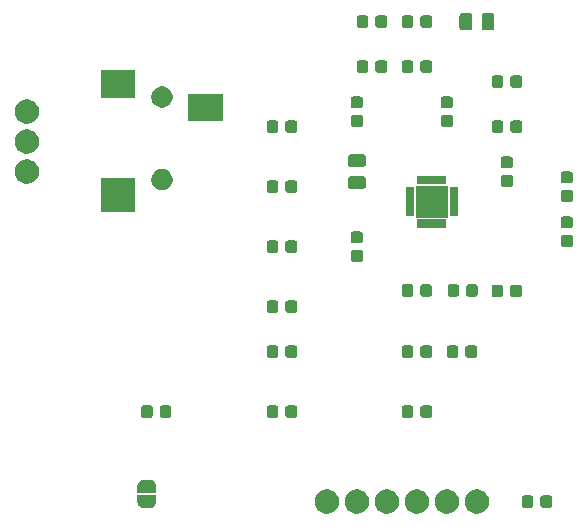
<source format=gts>
G04 #@! TF.GenerationSoftware,KiCad,Pcbnew,5.1.5*
G04 #@! TF.CreationDate,2020-04-03T22:22:15-06:00*
G04 #@! TF.ProjectId,AD8232,41443832-3332-42e6-9b69-6361645f7063,rev?*
G04 #@! TF.SameCoordinates,Original*
G04 #@! TF.FileFunction,Soldermask,Top*
G04 #@! TF.FilePolarity,Negative*
%FSLAX46Y46*%
G04 Gerber Fmt 4.6, Leading zero omitted, Abs format (unit mm)*
G04 Created by KiCad (PCBNEW 5.1.5) date 2020-04-03 22:22:15*
%MOMM*%
%LPD*%
G04 APERTURE LIST*
%ADD10C,0.100000*%
G04 APERTURE END LIST*
D10*
G36*
X166673765Y-113298620D02*
G01*
X166863288Y-113377123D01*
X167033854Y-113491092D01*
X167178908Y-113636146D01*
X167292877Y-113806712D01*
X167371380Y-113996235D01*
X167411400Y-114197431D01*
X167411400Y-114402569D01*
X167371380Y-114603765D01*
X167292877Y-114793288D01*
X167178908Y-114963854D01*
X167033854Y-115108908D01*
X166863288Y-115222877D01*
X166673765Y-115301380D01*
X166472569Y-115341400D01*
X166267431Y-115341400D01*
X166066235Y-115301380D01*
X165876712Y-115222877D01*
X165706146Y-115108908D01*
X165561092Y-114963854D01*
X165447123Y-114793288D01*
X165368620Y-114603765D01*
X165328600Y-114402569D01*
X165328600Y-114197431D01*
X165368620Y-113996235D01*
X165447123Y-113806712D01*
X165561092Y-113636146D01*
X165706146Y-113491092D01*
X165876712Y-113377123D01*
X166066235Y-113298620D01*
X166267431Y-113258600D01*
X166472569Y-113258600D01*
X166673765Y-113298620D01*
G37*
G36*
X164133765Y-113298620D02*
G01*
X164323288Y-113377123D01*
X164493854Y-113491092D01*
X164638908Y-113636146D01*
X164752877Y-113806712D01*
X164831380Y-113996235D01*
X164871400Y-114197431D01*
X164871400Y-114402569D01*
X164831380Y-114603765D01*
X164752877Y-114793288D01*
X164638908Y-114963854D01*
X164493854Y-115108908D01*
X164323288Y-115222877D01*
X164133765Y-115301380D01*
X163932569Y-115341400D01*
X163727431Y-115341400D01*
X163526235Y-115301380D01*
X163336712Y-115222877D01*
X163166146Y-115108908D01*
X163021092Y-114963854D01*
X162907123Y-114793288D01*
X162828620Y-114603765D01*
X162788600Y-114402569D01*
X162788600Y-114197431D01*
X162828620Y-113996235D01*
X162907123Y-113806712D01*
X163021092Y-113636146D01*
X163166146Y-113491092D01*
X163336712Y-113377123D01*
X163526235Y-113298620D01*
X163727431Y-113258600D01*
X163932569Y-113258600D01*
X164133765Y-113298620D01*
G37*
G36*
X153973765Y-113298620D02*
G01*
X154163288Y-113377123D01*
X154333854Y-113491092D01*
X154478908Y-113636146D01*
X154592877Y-113806712D01*
X154671380Y-113996235D01*
X154711400Y-114197431D01*
X154711400Y-114402569D01*
X154671380Y-114603765D01*
X154592877Y-114793288D01*
X154478908Y-114963854D01*
X154333854Y-115108908D01*
X154163288Y-115222877D01*
X153973765Y-115301380D01*
X153772569Y-115341400D01*
X153567431Y-115341400D01*
X153366235Y-115301380D01*
X153176712Y-115222877D01*
X153006146Y-115108908D01*
X152861092Y-114963854D01*
X152747123Y-114793288D01*
X152668620Y-114603765D01*
X152628600Y-114402569D01*
X152628600Y-114197431D01*
X152668620Y-113996235D01*
X152747123Y-113806712D01*
X152861092Y-113636146D01*
X153006146Y-113491092D01*
X153176712Y-113377123D01*
X153366235Y-113298620D01*
X153567431Y-113258600D01*
X153772569Y-113258600D01*
X153973765Y-113298620D01*
G37*
G36*
X156513765Y-113298620D02*
G01*
X156703288Y-113377123D01*
X156873854Y-113491092D01*
X157018908Y-113636146D01*
X157132877Y-113806712D01*
X157211380Y-113996235D01*
X157251400Y-114197431D01*
X157251400Y-114402569D01*
X157211380Y-114603765D01*
X157132877Y-114793288D01*
X157018908Y-114963854D01*
X156873854Y-115108908D01*
X156703288Y-115222877D01*
X156513765Y-115301380D01*
X156312569Y-115341400D01*
X156107431Y-115341400D01*
X155906235Y-115301380D01*
X155716712Y-115222877D01*
X155546146Y-115108908D01*
X155401092Y-114963854D01*
X155287123Y-114793288D01*
X155208620Y-114603765D01*
X155168600Y-114402569D01*
X155168600Y-114197431D01*
X155208620Y-113996235D01*
X155287123Y-113806712D01*
X155401092Y-113636146D01*
X155546146Y-113491092D01*
X155716712Y-113377123D01*
X155906235Y-113298620D01*
X156107431Y-113258600D01*
X156312569Y-113258600D01*
X156513765Y-113298620D01*
G37*
G36*
X161593765Y-113298620D02*
G01*
X161783288Y-113377123D01*
X161953854Y-113491092D01*
X162098908Y-113636146D01*
X162212877Y-113806712D01*
X162291380Y-113996235D01*
X162331400Y-114197431D01*
X162331400Y-114402569D01*
X162291380Y-114603765D01*
X162212877Y-114793288D01*
X162098908Y-114963854D01*
X161953854Y-115108908D01*
X161783288Y-115222877D01*
X161593765Y-115301380D01*
X161392569Y-115341400D01*
X161187431Y-115341400D01*
X160986235Y-115301380D01*
X160796712Y-115222877D01*
X160626146Y-115108908D01*
X160481092Y-114963854D01*
X160367123Y-114793288D01*
X160288620Y-114603765D01*
X160248600Y-114402569D01*
X160248600Y-114197431D01*
X160288620Y-113996235D01*
X160367123Y-113806712D01*
X160481092Y-113636146D01*
X160626146Y-113491092D01*
X160796712Y-113377123D01*
X160986235Y-113298620D01*
X161187431Y-113258600D01*
X161392569Y-113258600D01*
X161593765Y-113298620D01*
G37*
G36*
X159053765Y-113298620D02*
G01*
X159243288Y-113377123D01*
X159413854Y-113491092D01*
X159558908Y-113636146D01*
X159672877Y-113806712D01*
X159751380Y-113996235D01*
X159791400Y-114197431D01*
X159791400Y-114402569D01*
X159751380Y-114603765D01*
X159672877Y-114793288D01*
X159558908Y-114963854D01*
X159413854Y-115108908D01*
X159243288Y-115222877D01*
X159053765Y-115301380D01*
X158852569Y-115341400D01*
X158647431Y-115341400D01*
X158446235Y-115301380D01*
X158256712Y-115222877D01*
X158086146Y-115108908D01*
X157941092Y-114963854D01*
X157827123Y-114793288D01*
X157748620Y-114603765D01*
X157708600Y-114402569D01*
X157708600Y-114197431D01*
X157748620Y-113996235D01*
X157827123Y-113806712D01*
X157941092Y-113636146D01*
X158086146Y-113491092D01*
X158256712Y-113377123D01*
X158446235Y-113298620D01*
X158647431Y-113258600D01*
X158852569Y-113258600D01*
X159053765Y-113298620D01*
G37*
G36*
X139164744Y-113740867D02*
G01*
X139164751Y-113740867D01*
X139174710Y-113741848D01*
X139184285Y-113744753D01*
X139184288Y-113744754D01*
X139192205Y-113748986D01*
X139193111Y-113749470D01*
X139200846Y-113755818D01*
X139207194Y-113763553D01*
X139207195Y-113763555D01*
X139211910Y-113772376D01*
X139211911Y-113772379D01*
X139214816Y-113781954D01*
X139215797Y-113791913D01*
X139215797Y-113791920D01*
X139216041Y-113794396D01*
X139216041Y-114289430D01*
X139215797Y-114291907D01*
X139215797Y-114291913D01*
X139214816Y-114301872D01*
X139214815Y-114301876D01*
X139214480Y-114305274D01*
X139213876Y-114308311D01*
X139213633Y-114313261D01*
X139213633Y-114338439D01*
X139213389Y-114340916D01*
X139213389Y-114340922D01*
X139212408Y-114350881D01*
X139212406Y-114350889D01*
X139212163Y-114353360D01*
X139194009Y-114444627D01*
X139193288Y-114447005D01*
X139193286Y-114447014D01*
X139190381Y-114456589D01*
X139189656Y-114458979D01*
X139154047Y-114544947D01*
X139152872Y-114547145D01*
X139148155Y-114555971D01*
X139148150Y-114555979D01*
X139146979Y-114558169D01*
X139095279Y-114635544D01*
X139085769Y-114647133D01*
X139019971Y-114712931D01*
X139018043Y-114714513D01*
X139010308Y-114720861D01*
X139010305Y-114720863D01*
X139008382Y-114722441D01*
X138931007Y-114774141D01*
X138928817Y-114775312D01*
X138928809Y-114775317D01*
X138920226Y-114779904D01*
X138917785Y-114781209D01*
X138831817Y-114816818D01*
X138829428Y-114817543D01*
X138829427Y-114817543D01*
X138819852Y-114820448D01*
X138819843Y-114820450D01*
X138817465Y-114821171D01*
X138726198Y-114839325D01*
X138723727Y-114839568D01*
X138723719Y-114839570D01*
X138713760Y-114840551D01*
X138713754Y-114840551D01*
X138711277Y-114840795D01*
X138686099Y-114840795D01*
X138676247Y-114841765D01*
X138675846Y-114841866D01*
X138674711Y-114841978D01*
X138674710Y-114841978D01*
X138664751Y-114842959D01*
X138664746Y-114842959D01*
X138662268Y-114843203D01*
X138167234Y-114843203D01*
X138164757Y-114842959D01*
X138164751Y-114842959D01*
X138154792Y-114841978D01*
X138154788Y-114841977D01*
X138151390Y-114841642D01*
X138148353Y-114841038D01*
X138143403Y-114840795D01*
X138118225Y-114840795D01*
X138115748Y-114840551D01*
X138115742Y-114840551D01*
X138105783Y-114839570D01*
X138105775Y-114839568D01*
X138103304Y-114839325D01*
X138012037Y-114821171D01*
X138009659Y-114820450D01*
X138009650Y-114820448D01*
X138000075Y-114817543D01*
X138000074Y-114817543D01*
X137997685Y-114816818D01*
X137911717Y-114781209D01*
X137909276Y-114779904D01*
X137900693Y-114775317D01*
X137900685Y-114775312D01*
X137898495Y-114774141D01*
X137821120Y-114722441D01*
X137819197Y-114720863D01*
X137819194Y-114720861D01*
X137811459Y-114714513D01*
X137809531Y-114712931D01*
X137743733Y-114647133D01*
X137734223Y-114635544D01*
X137682523Y-114558169D01*
X137681352Y-114555979D01*
X137681347Y-114555971D01*
X137676630Y-114547145D01*
X137675455Y-114544947D01*
X137639846Y-114458979D01*
X137639121Y-114456589D01*
X137636216Y-114447014D01*
X137636214Y-114447005D01*
X137635493Y-114444627D01*
X137617339Y-114353360D01*
X137617096Y-114350889D01*
X137617094Y-114350881D01*
X137616113Y-114340922D01*
X137616113Y-114340916D01*
X137615869Y-114338439D01*
X137615869Y-114313261D01*
X137614899Y-114303409D01*
X137614798Y-114303008D01*
X137613461Y-114289430D01*
X137613461Y-113794396D01*
X137613705Y-113791920D01*
X137613705Y-113791913D01*
X137614686Y-113781954D01*
X137617591Y-113772379D01*
X137617592Y-113772376D01*
X137622307Y-113763555D01*
X137622308Y-113763553D01*
X137628656Y-113755818D01*
X137636391Y-113749470D01*
X137637297Y-113748986D01*
X137645214Y-113744754D01*
X137645217Y-113744753D01*
X137654792Y-113741848D01*
X137664751Y-113740867D01*
X137664758Y-113740867D01*
X137667234Y-113740623D01*
X139162268Y-113740623D01*
X139164744Y-113740867D01*
G37*
G36*
X170974561Y-113778646D02*
G01*
X171015574Y-113791088D01*
X171053380Y-113811295D01*
X171086513Y-113838487D01*
X171113705Y-113871620D01*
X171133912Y-113909426D01*
X171146354Y-113950439D01*
X171150800Y-113995582D01*
X171150800Y-114604418D01*
X171146354Y-114649561D01*
X171133912Y-114690574D01*
X171113705Y-114728380D01*
X171086513Y-114761513D01*
X171053380Y-114788705D01*
X171015574Y-114808912D01*
X170974561Y-114821354D01*
X170929418Y-114825800D01*
X170395582Y-114825800D01*
X170350439Y-114821354D01*
X170309426Y-114808912D01*
X170271620Y-114788705D01*
X170238487Y-114761513D01*
X170211295Y-114728380D01*
X170191088Y-114690574D01*
X170178646Y-114649561D01*
X170174200Y-114604418D01*
X170174200Y-113995582D01*
X170178646Y-113950439D01*
X170191088Y-113909426D01*
X170211295Y-113871620D01*
X170238487Y-113838487D01*
X170271620Y-113811295D01*
X170309426Y-113791088D01*
X170350439Y-113778646D01*
X170395582Y-113774200D01*
X170929418Y-113774200D01*
X170974561Y-113778646D01*
G37*
G36*
X172549561Y-113778646D02*
G01*
X172590574Y-113791088D01*
X172628380Y-113811295D01*
X172661513Y-113838487D01*
X172688705Y-113871620D01*
X172708912Y-113909426D01*
X172721354Y-113950439D01*
X172725800Y-113995582D01*
X172725800Y-114604418D01*
X172721354Y-114649561D01*
X172708912Y-114690574D01*
X172688705Y-114728380D01*
X172661513Y-114761513D01*
X172628380Y-114788705D01*
X172590574Y-114808912D01*
X172549561Y-114821354D01*
X172504418Y-114825800D01*
X171970582Y-114825800D01*
X171925439Y-114821354D01*
X171884426Y-114808912D01*
X171846620Y-114788705D01*
X171813487Y-114761513D01*
X171786295Y-114728380D01*
X171766088Y-114690574D01*
X171753646Y-114649561D01*
X171749200Y-114604418D01*
X171749200Y-113995582D01*
X171753646Y-113950439D01*
X171766088Y-113909426D01*
X171786295Y-113871620D01*
X171813487Y-113838487D01*
X171846620Y-113811295D01*
X171884426Y-113791088D01*
X171925439Y-113778646D01*
X171970582Y-113774200D01*
X172504418Y-113774200D01*
X172549561Y-113778646D01*
G37*
G36*
X138664745Y-112440867D02*
G01*
X138664751Y-112440867D01*
X138674710Y-112441848D01*
X138674714Y-112441849D01*
X138678112Y-112442184D01*
X138681149Y-112442788D01*
X138686099Y-112443031D01*
X138711277Y-112443031D01*
X138713754Y-112443275D01*
X138713760Y-112443275D01*
X138723719Y-112444256D01*
X138723727Y-112444258D01*
X138726198Y-112444501D01*
X138817465Y-112462655D01*
X138819843Y-112463376D01*
X138819852Y-112463378D01*
X138829427Y-112466283D01*
X138831817Y-112467008D01*
X138917785Y-112502617D01*
X138919983Y-112503792D01*
X138928809Y-112508509D01*
X138928817Y-112508514D01*
X138931007Y-112509685D01*
X139008382Y-112561385D01*
X139010305Y-112562963D01*
X139010308Y-112562965D01*
X139016433Y-112567992D01*
X139019971Y-112570895D01*
X139085769Y-112636693D01*
X139095279Y-112648282D01*
X139146979Y-112725657D01*
X139148150Y-112727847D01*
X139148155Y-112727855D01*
X139152742Y-112736438D01*
X139154047Y-112738879D01*
X139189656Y-112824847D01*
X139190381Y-112827236D01*
X139190381Y-112827237D01*
X139193286Y-112836812D01*
X139193288Y-112836821D01*
X139194009Y-112839199D01*
X139212163Y-112930466D01*
X139212406Y-112932937D01*
X139212408Y-112932945D01*
X139213389Y-112942904D01*
X139213389Y-112942910D01*
X139213633Y-112945387D01*
X139213633Y-112970565D01*
X139214603Y-112980417D01*
X139214704Y-112980818D01*
X139216041Y-112994396D01*
X139216041Y-113489430D01*
X139215797Y-113491906D01*
X139215797Y-113491913D01*
X139214816Y-113501872D01*
X139211911Y-113511447D01*
X139211910Y-113511450D01*
X139207678Y-113519367D01*
X139207194Y-113520273D01*
X139200846Y-113528008D01*
X139193111Y-113534356D01*
X139193109Y-113534357D01*
X139184288Y-113539072D01*
X139184285Y-113539073D01*
X139174710Y-113541978D01*
X139164751Y-113542959D01*
X139164744Y-113542959D01*
X139162268Y-113543203D01*
X137667234Y-113543203D01*
X137664758Y-113542959D01*
X137664751Y-113542959D01*
X137654792Y-113541978D01*
X137645217Y-113539073D01*
X137645214Y-113539072D01*
X137636393Y-113534357D01*
X137636391Y-113534356D01*
X137628656Y-113528008D01*
X137622308Y-113520273D01*
X137621824Y-113519367D01*
X137617592Y-113511450D01*
X137617591Y-113511447D01*
X137614686Y-113501872D01*
X137613705Y-113491913D01*
X137613705Y-113491906D01*
X137613461Y-113489430D01*
X137613461Y-112994396D01*
X137613705Y-112991919D01*
X137613705Y-112991913D01*
X137614686Y-112981954D01*
X137614687Y-112981950D01*
X137615022Y-112978552D01*
X137615626Y-112975515D01*
X137615869Y-112970565D01*
X137615869Y-112945387D01*
X137616113Y-112942910D01*
X137616113Y-112942904D01*
X137617094Y-112932945D01*
X137617096Y-112932937D01*
X137617339Y-112930466D01*
X137635493Y-112839199D01*
X137636214Y-112836821D01*
X137636216Y-112836812D01*
X137639121Y-112827237D01*
X137639121Y-112827236D01*
X137639846Y-112824847D01*
X137675455Y-112738879D01*
X137676760Y-112736438D01*
X137681347Y-112727855D01*
X137681352Y-112727847D01*
X137682523Y-112725657D01*
X137734223Y-112648282D01*
X137743733Y-112636693D01*
X137809531Y-112570895D01*
X137813069Y-112567992D01*
X137819194Y-112562965D01*
X137819197Y-112562963D01*
X137821120Y-112561385D01*
X137898495Y-112509685D01*
X137900685Y-112508514D01*
X137900693Y-112508509D01*
X137909519Y-112503792D01*
X137911717Y-112502617D01*
X137997685Y-112467008D01*
X138000075Y-112466283D01*
X138009650Y-112463378D01*
X138009659Y-112463376D01*
X138012037Y-112462655D01*
X138103304Y-112444501D01*
X138105775Y-112444258D01*
X138105783Y-112444256D01*
X138115742Y-112443275D01*
X138115748Y-112443275D01*
X138118225Y-112443031D01*
X138143403Y-112443031D01*
X138153255Y-112442061D01*
X138153656Y-112441960D01*
X138154791Y-112441848D01*
X138154792Y-112441848D01*
X138164751Y-112440867D01*
X138164756Y-112440867D01*
X138167234Y-112440623D01*
X138662268Y-112440623D01*
X138664745Y-112440867D01*
G37*
G36*
X138742061Y-106158646D02*
G01*
X138783074Y-106171088D01*
X138820880Y-106191295D01*
X138854013Y-106218487D01*
X138881205Y-106251620D01*
X138901412Y-106289426D01*
X138913854Y-106330439D01*
X138918300Y-106375582D01*
X138918300Y-106984418D01*
X138913854Y-107029561D01*
X138901412Y-107070574D01*
X138881205Y-107108380D01*
X138854013Y-107141513D01*
X138820880Y-107168705D01*
X138783074Y-107188912D01*
X138742061Y-107201354D01*
X138696918Y-107205800D01*
X138163082Y-107205800D01*
X138117939Y-107201354D01*
X138076926Y-107188912D01*
X138039120Y-107168705D01*
X138005987Y-107141513D01*
X137978795Y-107108380D01*
X137958588Y-107070574D01*
X137946146Y-107029561D01*
X137941700Y-106984418D01*
X137941700Y-106375582D01*
X137946146Y-106330439D01*
X137958588Y-106289426D01*
X137978795Y-106251620D01*
X138005987Y-106218487D01*
X138039120Y-106191295D01*
X138076926Y-106171088D01*
X138117939Y-106158646D01*
X138163082Y-106154200D01*
X138696918Y-106154200D01*
X138742061Y-106158646D01*
G37*
G36*
X162389561Y-106158646D02*
G01*
X162430574Y-106171088D01*
X162468380Y-106191295D01*
X162501513Y-106218487D01*
X162528705Y-106251620D01*
X162548912Y-106289426D01*
X162561354Y-106330439D01*
X162565800Y-106375582D01*
X162565800Y-106984418D01*
X162561354Y-107029561D01*
X162548912Y-107070574D01*
X162528705Y-107108380D01*
X162501513Y-107141513D01*
X162468380Y-107168705D01*
X162430574Y-107188912D01*
X162389561Y-107201354D01*
X162344418Y-107205800D01*
X161810582Y-107205800D01*
X161765439Y-107201354D01*
X161724426Y-107188912D01*
X161686620Y-107168705D01*
X161653487Y-107141513D01*
X161626295Y-107108380D01*
X161606088Y-107070574D01*
X161593646Y-107029561D01*
X161589200Y-106984418D01*
X161589200Y-106375582D01*
X161593646Y-106330439D01*
X161606088Y-106289426D01*
X161626295Y-106251620D01*
X161653487Y-106218487D01*
X161686620Y-106191295D01*
X161724426Y-106171088D01*
X161765439Y-106158646D01*
X161810582Y-106154200D01*
X162344418Y-106154200D01*
X162389561Y-106158646D01*
G37*
G36*
X160814561Y-106158646D02*
G01*
X160855574Y-106171088D01*
X160893380Y-106191295D01*
X160926513Y-106218487D01*
X160953705Y-106251620D01*
X160973912Y-106289426D01*
X160986354Y-106330439D01*
X160990800Y-106375582D01*
X160990800Y-106984418D01*
X160986354Y-107029561D01*
X160973912Y-107070574D01*
X160953705Y-107108380D01*
X160926513Y-107141513D01*
X160893380Y-107168705D01*
X160855574Y-107188912D01*
X160814561Y-107201354D01*
X160769418Y-107205800D01*
X160235582Y-107205800D01*
X160190439Y-107201354D01*
X160149426Y-107188912D01*
X160111620Y-107168705D01*
X160078487Y-107141513D01*
X160051295Y-107108380D01*
X160031088Y-107070574D01*
X160018646Y-107029561D01*
X160014200Y-106984418D01*
X160014200Y-106375582D01*
X160018646Y-106330439D01*
X160031088Y-106289426D01*
X160051295Y-106251620D01*
X160078487Y-106218487D01*
X160111620Y-106191295D01*
X160149426Y-106171088D01*
X160190439Y-106158646D01*
X160235582Y-106154200D01*
X160769418Y-106154200D01*
X160814561Y-106158646D01*
G37*
G36*
X150959561Y-106158646D02*
G01*
X151000574Y-106171088D01*
X151038380Y-106191295D01*
X151071513Y-106218487D01*
X151098705Y-106251620D01*
X151118912Y-106289426D01*
X151131354Y-106330439D01*
X151135800Y-106375582D01*
X151135800Y-106984418D01*
X151131354Y-107029561D01*
X151118912Y-107070574D01*
X151098705Y-107108380D01*
X151071513Y-107141513D01*
X151038380Y-107168705D01*
X151000574Y-107188912D01*
X150959561Y-107201354D01*
X150914418Y-107205800D01*
X150380582Y-107205800D01*
X150335439Y-107201354D01*
X150294426Y-107188912D01*
X150256620Y-107168705D01*
X150223487Y-107141513D01*
X150196295Y-107108380D01*
X150176088Y-107070574D01*
X150163646Y-107029561D01*
X150159200Y-106984418D01*
X150159200Y-106375582D01*
X150163646Y-106330439D01*
X150176088Y-106289426D01*
X150196295Y-106251620D01*
X150223487Y-106218487D01*
X150256620Y-106191295D01*
X150294426Y-106171088D01*
X150335439Y-106158646D01*
X150380582Y-106154200D01*
X150914418Y-106154200D01*
X150959561Y-106158646D01*
G37*
G36*
X149384561Y-106158646D02*
G01*
X149425574Y-106171088D01*
X149463380Y-106191295D01*
X149496513Y-106218487D01*
X149523705Y-106251620D01*
X149543912Y-106289426D01*
X149556354Y-106330439D01*
X149560800Y-106375582D01*
X149560800Y-106984418D01*
X149556354Y-107029561D01*
X149543912Y-107070574D01*
X149523705Y-107108380D01*
X149496513Y-107141513D01*
X149463380Y-107168705D01*
X149425574Y-107188912D01*
X149384561Y-107201354D01*
X149339418Y-107205800D01*
X148805582Y-107205800D01*
X148760439Y-107201354D01*
X148719426Y-107188912D01*
X148681620Y-107168705D01*
X148648487Y-107141513D01*
X148621295Y-107108380D01*
X148601088Y-107070574D01*
X148588646Y-107029561D01*
X148584200Y-106984418D01*
X148584200Y-106375582D01*
X148588646Y-106330439D01*
X148601088Y-106289426D01*
X148621295Y-106251620D01*
X148648487Y-106218487D01*
X148681620Y-106191295D01*
X148719426Y-106171088D01*
X148760439Y-106158646D01*
X148805582Y-106154200D01*
X149339418Y-106154200D01*
X149384561Y-106158646D01*
G37*
G36*
X140317061Y-106158646D02*
G01*
X140358074Y-106171088D01*
X140395880Y-106191295D01*
X140429013Y-106218487D01*
X140456205Y-106251620D01*
X140476412Y-106289426D01*
X140488854Y-106330439D01*
X140493300Y-106375582D01*
X140493300Y-106984418D01*
X140488854Y-107029561D01*
X140476412Y-107070574D01*
X140456205Y-107108380D01*
X140429013Y-107141513D01*
X140395880Y-107168705D01*
X140358074Y-107188912D01*
X140317061Y-107201354D01*
X140271918Y-107205800D01*
X139738082Y-107205800D01*
X139692939Y-107201354D01*
X139651926Y-107188912D01*
X139614120Y-107168705D01*
X139580987Y-107141513D01*
X139553795Y-107108380D01*
X139533588Y-107070574D01*
X139521146Y-107029561D01*
X139516700Y-106984418D01*
X139516700Y-106375582D01*
X139521146Y-106330439D01*
X139533588Y-106289426D01*
X139553795Y-106251620D01*
X139580987Y-106218487D01*
X139614120Y-106191295D01*
X139651926Y-106171088D01*
X139692939Y-106158646D01*
X139738082Y-106154200D01*
X140271918Y-106154200D01*
X140317061Y-106158646D01*
G37*
G36*
X164624561Y-101078646D02*
G01*
X164665574Y-101091088D01*
X164703380Y-101111295D01*
X164736513Y-101138487D01*
X164763705Y-101171620D01*
X164783912Y-101209426D01*
X164796354Y-101250439D01*
X164800800Y-101295582D01*
X164800800Y-101904418D01*
X164796354Y-101949561D01*
X164783912Y-101990574D01*
X164763705Y-102028380D01*
X164736513Y-102061513D01*
X164703380Y-102088705D01*
X164665574Y-102108912D01*
X164624561Y-102121354D01*
X164579418Y-102125800D01*
X164045582Y-102125800D01*
X164000439Y-102121354D01*
X163959426Y-102108912D01*
X163921620Y-102088705D01*
X163888487Y-102061513D01*
X163861295Y-102028380D01*
X163841088Y-101990574D01*
X163828646Y-101949561D01*
X163824200Y-101904418D01*
X163824200Y-101295582D01*
X163828646Y-101250439D01*
X163841088Y-101209426D01*
X163861295Y-101171620D01*
X163888487Y-101138487D01*
X163921620Y-101111295D01*
X163959426Y-101091088D01*
X164000439Y-101078646D01*
X164045582Y-101074200D01*
X164579418Y-101074200D01*
X164624561Y-101078646D01*
G37*
G36*
X166199561Y-101078646D02*
G01*
X166240574Y-101091088D01*
X166278380Y-101111295D01*
X166311513Y-101138487D01*
X166338705Y-101171620D01*
X166358912Y-101209426D01*
X166371354Y-101250439D01*
X166375800Y-101295582D01*
X166375800Y-101904418D01*
X166371354Y-101949561D01*
X166358912Y-101990574D01*
X166338705Y-102028380D01*
X166311513Y-102061513D01*
X166278380Y-102088705D01*
X166240574Y-102108912D01*
X166199561Y-102121354D01*
X166154418Y-102125800D01*
X165620582Y-102125800D01*
X165575439Y-102121354D01*
X165534426Y-102108912D01*
X165496620Y-102088705D01*
X165463487Y-102061513D01*
X165436295Y-102028380D01*
X165416088Y-101990574D01*
X165403646Y-101949561D01*
X165399200Y-101904418D01*
X165399200Y-101295582D01*
X165403646Y-101250439D01*
X165416088Y-101209426D01*
X165436295Y-101171620D01*
X165463487Y-101138487D01*
X165496620Y-101111295D01*
X165534426Y-101091088D01*
X165575439Y-101078646D01*
X165620582Y-101074200D01*
X166154418Y-101074200D01*
X166199561Y-101078646D01*
G37*
G36*
X162389561Y-101078646D02*
G01*
X162430574Y-101091088D01*
X162468380Y-101111295D01*
X162501513Y-101138487D01*
X162528705Y-101171620D01*
X162548912Y-101209426D01*
X162561354Y-101250439D01*
X162565800Y-101295582D01*
X162565800Y-101904418D01*
X162561354Y-101949561D01*
X162548912Y-101990574D01*
X162528705Y-102028380D01*
X162501513Y-102061513D01*
X162468380Y-102088705D01*
X162430574Y-102108912D01*
X162389561Y-102121354D01*
X162344418Y-102125800D01*
X161810582Y-102125800D01*
X161765439Y-102121354D01*
X161724426Y-102108912D01*
X161686620Y-102088705D01*
X161653487Y-102061513D01*
X161626295Y-102028380D01*
X161606088Y-101990574D01*
X161593646Y-101949561D01*
X161589200Y-101904418D01*
X161589200Y-101295582D01*
X161593646Y-101250439D01*
X161606088Y-101209426D01*
X161626295Y-101171620D01*
X161653487Y-101138487D01*
X161686620Y-101111295D01*
X161724426Y-101091088D01*
X161765439Y-101078646D01*
X161810582Y-101074200D01*
X162344418Y-101074200D01*
X162389561Y-101078646D01*
G37*
G36*
X150959561Y-101078646D02*
G01*
X151000574Y-101091088D01*
X151038380Y-101111295D01*
X151071513Y-101138487D01*
X151098705Y-101171620D01*
X151118912Y-101209426D01*
X151131354Y-101250439D01*
X151135800Y-101295582D01*
X151135800Y-101904418D01*
X151131354Y-101949561D01*
X151118912Y-101990574D01*
X151098705Y-102028380D01*
X151071513Y-102061513D01*
X151038380Y-102088705D01*
X151000574Y-102108912D01*
X150959561Y-102121354D01*
X150914418Y-102125800D01*
X150380582Y-102125800D01*
X150335439Y-102121354D01*
X150294426Y-102108912D01*
X150256620Y-102088705D01*
X150223487Y-102061513D01*
X150196295Y-102028380D01*
X150176088Y-101990574D01*
X150163646Y-101949561D01*
X150159200Y-101904418D01*
X150159200Y-101295582D01*
X150163646Y-101250439D01*
X150176088Y-101209426D01*
X150196295Y-101171620D01*
X150223487Y-101138487D01*
X150256620Y-101111295D01*
X150294426Y-101091088D01*
X150335439Y-101078646D01*
X150380582Y-101074200D01*
X150914418Y-101074200D01*
X150959561Y-101078646D01*
G37*
G36*
X149384561Y-101078646D02*
G01*
X149425574Y-101091088D01*
X149463380Y-101111295D01*
X149496513Y-101138487D01*
X149523705Y-101171620D01*
X149543912Y-101209426D01*
X149556354Y-101250439D01*
X149560800Y-101295582D01*
X149560800Y-101904418D01*
X149556354Y-101949561D01*
X149543912Y-101990574D01*
X149523705Y-102028380D01*
X149496513Y-102061513D01*
X149463380Y-102088705D01*
X149425574Y-102108912D01*
X149384561Y-102121354D01*
X149339418Y-102125800D01*
X148805582Y-102125800D01*
X148760439Y-102121354D01*
X148719426Y-102108912D01*
X148681620Y-102088705D01*
X148648487Y-102061513D01*
X148621295Y-102028380D01*
X148601088Y-101990574D01*
X148588646Y-101949561D01*
X148584200Y-101904418D01*
X148584200Y-101295582D01*
X148588646Y-101250439D01*
X148601088Y-101209426D01*
X148621295Y-101171620D01*
X148648487Y-101138487D01*
X148681620Y-101111295D01*
X148719426Y-101091088D01*
X148760439Y-101078646D01*
X148805582Y-101074200D01*
X149339418Y-101074200D01*
X149384561Y-101078646D01*
G37*
G36*
X160814561Y-101078646D02*
G01*
X160855574Y-101091088D01*
X160893380Y-101111295D01*
X160926513Y-101138487D01*
X160953705Y-101171620D01*
X160973912Y-101209426D01*
X160986354Y-101250439D01*
X160990800Y-101295582D01*
X160990800Y-101904418D01*
X160986354Y-101949561D01*
X160973912Y-101990574D01*
X160953705Y-102028380D01*
X160926513Y-102061513D01*
X160893380Y-102088705D01*
X160855574Y-102108912D01*
X160814561Y-102121354D01*
X160769418Y-102125800D01*
X160235582Y-102125800D01*
X160190439Y-102121354D01*
X160149426Y-102108912D01*
X160111620Y-102088705D01*
X160078487Y-102061513D01*
X160051295Y-102028380D01*
X160031088Y-101990574D01*
X160018646Y-101949561D01*
X160014200Y-101904418D01*
X160014200Y-101295582D01*
X160018646Y-101250439D01*
X160031088Y-101209426D01*
X160051295Y-101171620D01*
X160078487Y-101138487D01*
X160111620Y-101111295D01*
X160149426Y-101091088D01*
X160190439Y-101078646D01*
X160235582Y-101074200D01*
X160769418Y-101074200D01*
X160814561Y-101078646D01*
G37*
G36*
X150959561Y-97268646D02*
G01*
X151000574Y-97281088D01*
X151038380Y-97301295D01*
X151071513Y-97328487D01*
X151098705Y-97361620D01*
X151118912Y-97399426D01*
X151131354Y-97440439D01*
X151135800Y-97485582D01*
X151135800Y-98094418D01*
X151131354Y-98139561D01*
X151118912Y-98180574D01*
X151098705Y-98218380D01*
X151071513Y-98251513D01*
X151038380Y-98278705D01*
X151000574Y-98298912D01*
X150959561Y-98311354D01*
X150914418Y-98315800D01*
X150380582Y-98315800D01*
X150335439Y-98311354D01*
X150294426Y-98298912D01*
X150256620Y-98278705D01*
X150223487Y-98251513D01*
X150196295Y-98218380D01*
X150176088Y-98180574D01*
X150163646Y-98139561D01*
X150159200Y-98094418D01*
X150159200Y-97485582D01*
X150163646Y-97440439D01*
X150176088Y-97399426D01*
X150196295Y-97361620D01*
X150223487Y-97328487D01*
X150256620Y-97301295D01*
X150294426Y-97281088D01*
X150335439Y-97268646D01*
X150380582Y-97264200D01*
X150914418Y-97264200D01*
X150959561Y-97268646D01*
G37*
G36*
X149384561Y-97268646D02*
G01*
X149425574Y-97281088D01*
X149463380Y-97301295D01*
X149496513Y-97328487D01*
X149523705Y-97361620D01*
X149543912Y-97399426D01*
X149556354Y-97440439D01*
X149560800Y-97485582D01*
X149560800Y-98094418D01*
X149556354Y-98139561D01*
X149543912Y-98180574D01*
X149523705Y-98218380D01*
X149496513Y-98251513D01*
X149463380Y-98278705D01*
X149425574Y-98298912D01*
X149384561Y-98311354D01*
X149339418Y-98315800D01*
X148805582Y-98315800D01*
X148760439Y-98311354D01*
X148719426Y-98298912D01*
X148681620Y-98278705D01*
X148648487Y-98251513D01*
X148621295Y-98218380D01*
X148601088Y-98180574D01*
X148588646Y-98139561D01*
X148584200Y-98094418D01*
X148584200Y-97485582D01*
X148588646Y-97440439D01*
X148601088Y-97399426D01*
X148621295Y-97361620D01*
X148648487Y-97328487D01*
X148681620Y-97301295D01*
X148719426Y-97281088D01*
X148760439Y-97268646D01*
X148805582Y-97264200D01*
X149339418Y-97264200D01*
X149384561Y-97268646D01*
G37*
G36*
X169992772Y-95938331D02*
G01*
X170033785Y-95950773D01*
X170071591Y-95970980D01*
X170104724Y-95998172D01*
X170131916Y-96031305D01*
X170152123Y-96069111D01*
X170164565Y-96110124D01*
X170169011Y-96155267D01*
X170169011Y-96764103D01*
X170164565Y-96809246D01*
X170152123Y-96850259D01*
X170131916Y-96888065D01*
X170104724Y-96921198D01*
X170071591Y-96948390D01*
X170033785Y-96968597D01*
X169992772Y-96981039D01*
X169947629Y-96985485D01*
X169413793Y-96985485D01*
X169368650Y-96981039D01*
X169327637Y-96968597D01*
X169289831Y-96948390D01*
X169256698Y-96921198D01*
X169229506Y-96888065D01*
X169209299Y-96850259D01*
X169196857Y-96809246D01*
X169192411Y-96764103D01*
X169192411Y-96155267D01*
X169196857Y-96110124D01*
X169209299Y-96069111D01*
X169229506Y-96031305D01*
X169256698Y-95998172D01*
X169289831Y-95970980D01*
X169327637Y-95950773D01*
X169368650Y-95938331D01*
X169413793Y-95933885D01*
X169947629Y-95933885D01*
X169992772Y-95938331D01*
G37*
G36*
X168417772Y-95938331D02*
G01*
X168458785Y-95950773D01*
X168496591Y-95970980D01*
X168529724Y-95998172D01*
X168556916Y-96031305D01*
X168577123Y-96069111D01*
X168589565Y-96110124D01*
X168594011Y-96155267D01*
X168594011Y-96764103D01*
X168589565Y-96809246D01*
X168577123Y-96850259D01*
X168556916Y-96888065D01*
X168529724Y-96921198D01*
X168496591Y-96948390D01*
X168458785Y-96968597D01*
X168417772Y-96981039D01*
X168372629Y-96985485D01*
X167838793Y-96985485D01*
X167793650Y-96981039D01*
X167752637Y-96968597D01*
X167714831Y-96948390D01*
X167681698Y-96921198D01*
X167654506Y-96888065D01*
X167634299Y-96850259D01*
X167621857Y-96809246D01*
X167617411Y-96764103D01*
X167617411Y-96155267D01*
X167621857Y-96110124D01*
X167634299Y-96069111D01*
X167654506Y-96031305D01*
X167681698Y-95998172D01*
X167714831Y-95970980D01*
X167752637Y-95950773D01*
X167793650Y-95938331D01*
X167838793Y-95933885D01*
X168372629Y-95933885D01*
X168417772Y-95938331D01*
G37*
G36*
X160811545Y-95908739D02*
G01*
X160852558Y-95921181D01*
X160890364Y-95941388D01*
X160923497Y-95968580D01*
X160950689Y-96001713D01*
X160970896Y-96039519D01*
X160983338Y-96080532D01*
X160987784Y-96125675D01*
X160987784Y-96734511D01*
X160983338Y-96779654D01*
X160970896Y-96820667D01*
X160950689Y-96858473D01*
X160923497Y-96891606D01*
X160890364Y-96918798D01*
X160852558Y-96939005D01*
X160811545Y-96951447D01*
X160766402Y-96955893D01*
X160232566Y-96955893D01*
X160187423Y-96951447D01*
X160146410Y-96939005D01*
X160108604Y-96918798D01*
X160075471Y-96891606D01*
X160048279Y-96858473D01*
X160028072Y-96820667D01*
X160015630Y-96779654D01*
X160011184Y-96734511D01*
X160011184Y-96125675D01*
X160015630Y-96080532D01*
X160028072Y-96039519D01*
X160048279Y-96001713D01*
X160075471Y-95968580D01*
X160108604Y-95941388D01*
X160146410Y-95921181D01*
X160187423Y-95908739D01*
X160232566Y-95904293D01*
X160766402Y-95904293D01*
X160811545Y-95908739D01*
G37*
G36*
X162386545Y-95908739D02*
G01*
X162427558Y-95921181D01*
X162465364Y-95941388D01*
X162498497Y-95968580D01*
X162525689Y-96001713D01*
X162545896Y-96039519D01*
X162558338Y-96080532D01*
X162562784Y-96125675D01*
X162562784Y-96734511D01*
X162558338Y-96779654D01*
X162545896Y-96820667D01*
X162525689Y-96858473D01*
X162498497Y-96891606D01*
X162465364Y-96918798D01*
X162427558Y-96939005D01*
X162386545Y-96951447D01*
X162341402Y-96955893D01*
X161807566Y-96955893D01*
X161762423Y-96951447D01*
X161721410Y-96939005D01*
X161683604Y-96918798D01*
X161650471Y-96891606D01*
X161623279Y-96858473D01*
X161603072Y-96820667D01*
X161590630Y-96779654D01*
X161586184Y-96734511D01*
X161586184Y-96125675D01*
X161590630Y-96080532D01*
X161603072Y-96039519D01*
X161623279Y-96001713D01*
X161650471Y-95968580D01*
X161683604Y-95941388D01*
X161721410Y-95921181D01*
X161762423Y-95908739D01*
X161807566Y-95904293D01*
X162341402Y-95904293D01*
X162386545Y-95908739D01*
G37*
G36*
X164682775Y-95907717D02*
G01*
X164723788Y-95920159D01*
X164761594Y-95940366D01*
X164794727Y-95967558D01*
X164821919Y-96000691D01*
X164842126Y-96038497D01*
X164854568Y-96079510D01*
X164859014Y-96124653D01*
X164859014Y-96733489D01*
X164854568Y-96778632D01*
X164842126Y-96819645D01*
X164821919Y-96857451D01*
X164794727Y-96890584D01*
X164761594Y-96917776D01*
X164723788Y-96937983D01*
X164682775Y-96950425D01*
X164637632Y-96954871D01*
X164103796Y-96954871D01*
X164058653Y-96950425D01*
X164017640Y-96937983D01*
X163979834Y-96917776D01*
X163946701Y-96890584D01*
X163919509Y-96857451D01*
X163899302Y-96819645D01*
X163886860Y-96778632D01*
X163882414Y-96733489D01*
X163882414Y-96124653D01*
X163886860Y-96079510D01*
X163899302Y-96038497D01*
X163919509Y-96000691D01*
X163946701Y-95967558D01*
X163979834Y-95940366D01*
X164017640Y-95920159D01*
X164058653Y-95907717D01*
X164103796Y-95903271D01*
X164637632Y-95903271D01*
X164682775Y-95907717D01*
G37*
G36*
X166257775Y-95907717D02*
G01*
X166298788Y-95920159D01*
X166336594Y-95940366D01*
X166369727Y-95967558D01*
X166396919Y-96000691D01*
X166417126Y-96038497D01*
X166429568Y-96079510D01*
X166434014Y-96124653D01*
X166434014Y-96733489D01*
X166429568Y-96778632D01*
X166417126Y-96819645D01*
X166396919Y-96857451D01*
X166369727Y-96890584D01*
X166336594Y-96917776D01*
X166298788Y-96937983D01*
X166257775Y-96950425D01*
X166212632Y-96954871D01*
X165678796Y-96954871D01*
X165633653Y-96950425D01*
X165592640Y-96937983D01*
X165554834Y-96917776D01*
X165521701Y-96890584D01*
X165494509Y-96857451D01*
X165474302Y-96819645D01*
X165461860Y-96778632D01*
X165457414Y-96733489D01*
X165457414Y-96124653D01*
X165461860Y-96079510D01*
X165474302Y-96038497D01*
X165494509Y-96000691D01*
X165521701Y-95967558D01*
X165554834Y-95940366D01*
X165592640Y-95920159D01*
X165633653Y-95907717D01*
X165678796Y-95903271D01*
X166212632Y-95903271D01*
X166257775Y-95907717D01*
G37*
G36*
X156559561Y-93013646D02*
G01*
X156600574Y-93026088D01*
X156638380Y-93046295D01*
X156671513Y-93073487D01*
X156698705Y-93106620D01*
X156718912Y-93144426D01*
X156731354Y-93185439D01*
X156735800Y-93230582D01*
X156735800Y-93764418D01*
X156731354Y-93809561D01*
X156718912Y-93850574D01*
X156698705Y-93888380D01*
X156671513Y-93921513D01*
X156638380Y-93948705D01*
X156600574Y-93968912D01*
X156559561Y-93981354D01*
X156514418Y-93985800D01*
X155905582Y-93985800D01*
X155860439Y-93981354D01*
X155819426Y-93968912D01*
X155781620Y-93948705D01*
X155748487Y-93921513D01*
X155721295Y-93888380D01*
X155701088Y-93850574D01*
X155688646Y-93809561D01*
X155684200Y-93764418D01*
X155684200Y-93230582D01*
X155688646Y-93185439D01*
X155701088Y-93144426D01*
X155721295Y-93106620D01*
X155748487Y-93073487D01*
X155781620Y-93046295D01*
X155819426Y-93026088D01*
X155860439Y-93013646D01*
X155905582Y-93009200D01*
X156514418Y-93009200D01*
X156559561Y-93013646D01*
G37*
G36*
X149384561Y-92188646D02*
G01*
X149425574Y-92201088D01*
X149463380Y-92221295D01*
X149496513Y-92248487D01*
X149523705Y-92281620D01*
X149543912Y-92319426D01*
X149556354Y-92360439D01*
X149560800Y-92405582D01*
X149560800Y-93014418D01*
X149556354Y-93059561D01*
X149543912Y-93100574D01*
X149523705Y-93138380D01*
X149496513Y-93171513D01*
X149463380Y-93198705D01*
X149425574Y-93218912D01*
X149384561Y-93231354D01*
X149339418Y-93235800D01*
X148805582Y-93235800D01*
X148760439Y-93231354D01*
X148719426Y-93218912D01*
X148681620Y-93198705D01*
X148648487Y-93171513D01*
X148621295Y-93138380D01*
X148601088Y-93100574D01*
X148588646Y-93059561D01*
X148584200Y-93014418D01*
X148584200Y-92405582D01*
X148588646Y-92360439D01*
X148601088Y-92319426D01*
X148621295Y-92281620D01*
X148648487Y-92248487D01*
X148681620Y-92221295D01*
X148719426Y-92201088D01*
X148760439Y-92188646D01*
X148805582Y-92184200D01*
X149339418Y-92184200D01*
X149384561Y-92188646D01*
G37*
G36*
X150959561Y-92188646D02*
G01*
X151000574Y-92201088D01*
X151038380Y-92221295D01*
X151071513Y-92248487D01*
X151098705Y-92281620D01*
X151118912Y-92319426D01*
X151131354Y-92360439D01*
X151135800Y-92405582D01*
X151135800Y-93014418D01*
X151131354Y-93059561D01*
X151118912Y-93100574D01*
X151098705Y-93138380D01*
X151071513Y-93171513D01*
X151038380Y-93198705D01*
X151000574Y-93218912D01*
X150959561Y-93231354D01*
X150914418Y-93235800D01*
X150380582Y-93235800D01*
X150335439Y-93231354D01*
X150294426Y-93218912D01*
X150256620Y-93198705D01*
X150223487Y-93171513D01*
X150196295Y-93138380D01*
X150176088Y-93100574D01*
X150163646Y-93059561D01*
X150159200Y-93014418D01*
X150159200Y-92405582D01*
X150163646Y-92360439D01*
X150176088Y-92319426D01*
X150196295Y-92281620D01*
X150223487Y-92248487D01*
X150256620Y-92221295D01*
X150294426Y-92201088D01*
X150335439Y-92188646D01*
X150380582Y-92184200D01*
X150914418Y-92184200D01*
X150959561Y-92188646D01*
G37*
G36*
X174339561Y-91743646D02*
G01*
X174380574Y-91756088D01*
X174418380Y-91776295D01*
X174451513Y-91803487D01*
X174478705Y-91836620D01*
X174498912Y-91874426D01*
X174511354Y-91915439D01*
X174515800Y-91960582D01*
X174515800Y-92494418D01*
X174511354Y-92539561D01*
X174498912Y-92580574D01*
X174478705Y-92618380D01*
X174451513Y-92651513D01*
X174418380Y-92678705D01*
X174380574Y-92698912D01*
X174339561Y-92711354D01*
X174294418Y-92715800D01*
X173685582Y-92715800D01*
X173640439Y-92711354D01*
X173599426Y-92698912D01*
X173561620Y-92678705D01*
X173528487Y-92651513D01*
X173501295Y-92618380D01*
X173481088Y-92580574D01*
X173468646Y-92539561D01*
X173464200Y-92494418D01*
X173464200Y-91960582D01*
X173468646Y-91915439D01*
X173481088Y-91874426D01*
X173501295Y-91836620D01*
X173528487Y-91803487D01*
X173561620Y-91776295D01*
X173599426Y-91756088D01*
X173640439Y-91743646D01*
X173685582Y-91739200D01*
X174294418Y-91739200D01*
X174339561Y-91743646D01*
G37*
G36*
X156559561Y-91438646D02*
G01*
X156600574Y-91451088D01*
X156638380Y-91471295D01*
X156671513Y-91498487D01*
X156698705Y-91531620D01*
X156718912Y-91569426D01*
X156731354Y-91610439D01*
X156735800Y-91655582D01*
X156735800Y-92189418D01*
X156731354Y-92234561D01*
X156718912Y-92275574D01*
X156698705Y-92313380D01*
X156671513Y-92346513D01*
X156638380Y-92373705D01*
X156600574Y-92393912D01*
X156559561Y-92406354D01*
X156514418Y-92410800D01*
X155905582Y-92410800D01*
X155860439Y-92406354D01*
X155819426Y-92393912D01*
X155781620Y-92373705D01*
X155748487Y-92346513D01*
X155721295Y-92313380D01*
X155701088Y-92275574D01*
X155688646Y-92234561D01*
X155684200Y-92189418D01*
X155684200Y-91655582D01*
X155688646Y-91610439D01*
X155701088Y-91569426D01*
X155721295Y-91531620D01*
X155748487Y-91498487D01*
X155781620Y-91471295D01*
X155819426Y-91451088D01*
X155860439Y-91438646D01*
X155905582Y-91434200D01*
X156514418Y-91434200D01*
X156559561Y-91438646D01*
G37*
G36*
X174339561Y-90168646D02*
G01*
X174380574Y-90181088D01*
X174418380Y-90201295D01*
X174451513Y-90228487D01*
X174478705Y-90261620D01*
X174498912Y-90299426D01*
X174511354Y-90340439D01*
X174515800Y-90385582D01*
X174515800Y-90919418D01*
X174511354Y-90964561D01*
X174498912Y-91005574D01*
X174478705Y-91043380D01*
X174451513Y-91076513D01*
X174418380Y-91103705D01*
X174380574Y-91123912D01*
X174339561Y-91136354D01*
X174294418Y-91140800D01*
X173685582Y-91140800D01*
X173640439Y-91136354D01*
X173599426Y-91123912D01*
X173561620Y-91103705D01*
X173528487Y-91076513D01*
X173501295Y-91043380D01*
X173481088Y-91005574D01*
X173468646Y-90964561D01*
X173464200Y-90919418D01*
X173464200Y-90385582D01*
X173468646Y-90340439D01*
X173481088Y-90299426D01*
X173501295Y-90261620D01*
X173528487Y-90228487D01*
X173561620Y-90201295D01*
X173599426Y-90181088D01*
X173640439Y-90168646D01*
X173685582Y-90164200D01*
X174294418Y-90164200D01*
X174339561Y-90168646D01*
G37*
G36*
X163784280Y-91099640D02*
G01*
X161335720Y-91099640D01*
X161335720Y-90398600D01*
X163784280Y-90398600D01*
X163784280Y-91099640D01*
G37*
G36*
X163911280Y-90251280D02*
G01*
X161208720Y-90251280D01*
X161208720Y-87548720D01*
X163911280Y-87548720D01*
X163911280Y-90251280D01*
G37*
G36*
X164759640Y-90124280D02*
G01*
X164058600Y-90124280D01*
X164058600Y-87675720D01*
X164759640Y-87675720D01*
X164759640Y-90124280D01*
G37*
G36*
X161061400Y-90124280D02*
G01*
X160360360Y-90124280D01*
X160360360Y-87675720D01*
X161061400Y-87675720D01*
X161061400Y-90124280D01*
G37*
G36*
X137450800Y-89800800D02*
G01*
X134549200Y-89800800D01*
X134549200Y-86899200D01*
X137450800Y-86899200D01*
X137450800Y-89800800D01*
G37*
G36*
X174339561Y-87933646D02*
G01*
X174380574Y-87946088D01*
X174418380Y-87966295D01*
X174451513Y-87993487D01*
X174478705Y-88026620D01*
X174498912Y-88064426D01*
X174511354Y-88105439D01*
X174515800Y-88150582D01*
X174515800Y-88684418D01*
X174511354Y-88729561D01*
X174498912Y-88770574D01*
X174478705Y-88808380D01*
X174451513Y-88841513D01*
X174418380Y-88868705D01*
X174380574Y-88888912D01*
X174339561Y-88901354D01*
X174294418Y-88905800D01*
X173685582Y-88905800D01*
X173640439Y-88901354D01*
X173599426Y-88888912D01*
X173561620Y-88868705D01*
X173528487Y-88841513D01*
X173501295Y-88808380D01*
X173481088Y-88770574D01*
X173468646Y-88729561D01*
X173464200Y-88684418D01*
X173464200Y-88150582D01*
X173468646Y-88105439D01*
X173481088Y-88064426D01*
X173501295Y-88026620D01*
X173528487Y-87993487D01*
X173561620Y-87966295D01*
X173599426Y-87946088D01*
X173640439Y-87933646D01*
X173685582Y-87929200D01*
X174294418Y-87929200D01*
X174339561Y-87933646D01*
G37*
G36*
X149384561Y-87108646D02*
G01*
X149425574Y-87121088D01*
X149463380Y-87141295D01*
X149496513Y-87168487D01*
X149523705Y-87201620D01*
X149543912Y-87239426D01*
X149556354Y-87280439D01*
X149560800Y-87325582D01*
X149560800Y-87934418D01*
X149556354Y-87979561D01*
X149543912Y-88020574D01*
X149523705Y-88058380D01*
X149496513Y-88091513D01*
X149463380Y-88118705D01*
X149425574Y-88138912D01*
X149384561Y-88151354D01*
X149339418Y-88155800D01*
X148805582Y-88155800D01*
X148760439Y-88151354D01*
X148719426Y-88138912D01*
X148681620Y-88118705D01*
X148648487Y-88091513D01*
X148621295Y-88058380D01*
X148601088Y-88020574D01*
X148588646Y-87979561D01*
X148584200Y-87934418D01*
X148584200Y-87325582D01*
X148588646Y-87280439D01*
X148601088Y-87239426D01*
X148621295Y-87201620D01*
X148648487Y-87168487D01*
X148681620Y-87141295D01*
X148719426Y-87121088D01*
X148760439Y-87108646D01*
X148805582Y-87104200D01*
X149339418Y-87104200D01*
X149384561Y-87108646D01*
G37*
G36*
X150959561Y-87108646D02*
G01*
X151000574Y-87121088D01*
X151038380Y-87141295D01*
X151071513Y-87168487D01*
X151098705Y-87201620D01*
X151118912Y-87239426D01*
X151131354Y-87280439D01*
X151135800Y-87325582D01*
X151135800Y-87934418D01*
X151131354Y-87979561D01*
X151118912Y-88020574D01*
X151098705Y-88058380D01*
X151071513Y-88091513D01*
X151038380Y-88118705D01*
X151000574Y-88138912D01*
X150959561Y-88151354D01*
X150914418Y-88155800D01*
X150380582Y-88155800D01*
X150335439Y-88151354D01*
X150294426Y-88138912D01*
X150256620Y-88118705D01*
X150223487Y-88091513D01*
X150196295Y-88058380D01*
X150176088Y-88020574D01*
X150163646Y-87979561D01*
X150159200Y-87934418D01*
X150159200Y-87325582D01*
X150163646Y-87280439D01*
X150176088Y-87239426D01*
X150196295Y-87201620D01*
X150223487Y-87168487D01*
X150256620Y-87141295D01*
X150294426Y-87121088D01*
X150335439Y-87108646D01*
X150380582Y-87104200D01*
X150914418Y-87104200D01*
X150959561Y-87108646D01*
G37*
G36*
X139962754Y-86183817D02*
G01*
X140126689Y-86251721D01*
X140274227Y-86350303D01*
X140399697Y-86475773D01*
X140498279Y-86623311D01*
X140566183Y-86787246D01*
X140600800Y-86961279D01*
X140600800Y-87138721D01*
X140566183Y-87312754D01*
X140498279Y-87476689D01*
X140399697Y-87624227D01*
X140274227Y-87749697D01*
X140126689Y-87848279D01*
X139962754Y-87916183D01*
X139788721Y-87950800D01*
X139611279Y-87950800D01*
X139437246Y-87916183D01*
X139273311Y-87848279D01*
X139125773Y-87749697D01*
X139000303Y-87624227D01*
X138901721Y-87476689D01*
X138833817Y-87312754D01*
X138799200Y-87138721D01*
X138799200Y-86961279D01*
X138833817Y-86787246D01*
X138901721Y-86623311D01*
X139000303Y-86475773D01*
X139125773Y-86350303D01*
X139273311Y-86251721D01*
X139437246Y-86183817D01*
X139611279Y-86149200D01*
X139788721Y-86149200D01*
X139962754Y-86183817D01*
G37*
G36*
X156764433Y-86764126D02*
G01*
X156810146Y-86777993D01*
X156852265Y-86800506D01*
X156889191Y-86830809D01*
X156919494Y-86867735D01*
X156942007Y-86909854D01*
X156955874Y-86955567D01*
X156960800Y-87005583D01*
X156960800Y-87589417D01*
X156955874Y-87639433D01*
X156942007Y-87685146D01*
X156919494Y-87727265D01*
X156889191Y-87764191D01*
X156852265Y-87794494D01*
X156810146Y-87817007D01*
X156764433Y-87830874D01*
X156714417Y-87835800D01*
X155705583Y-87835800D01*
X155655567Y-87830874D01*
X155609854Y-87817007D01*
X155567735Y-87794494D01*
X155530809Y-87764191D01*
X155500506Y-87727265D01*
X155477993Y-87685146D01*
X155464126Y-87639433D01*
X155459200Y-87589417D01*
X155459200Y-87005583D01*
X155464126Y-86955567D01*
X155477993Y-86909854D01*
X155500506Y-86867735D01*
X155530809Y-86830809D01*
X155567735Y-86800506D01*
X155609854Y-86777993D01*
X155655567Y-86764126D01*
X155705583Y-86759200D01*
X156714417Y-86759200D01*
X156764433Y-86764126D01*
G37*
G36*
X169259561Y-86663646D02*
G01*
X169300574Y-86676088D01*
X169338380Y-86696295D01*
X169371513Y-86723487D01*
X169398705Y-86756620D01*
X169418912Y-86794426D01*
X169431354Y-86835439D01*
X169435800Y-86880582D01*
X169435800Y-87414418D01*
X169431354Y-87459561D01*
X169418912Y-87500574D01*
X169398705Y-87538380D01*
X169371513Y-87571513D01*
X169338380Y-87598705D01*
X169300574Y-87618912D01*
X169259561Y-87631354D01*
X169214418Y-87635800D01*
X168605582Y-87635800D01*
X168560439Y-87631354D01*
X168519426Y-87618912D01*
X168481620Y-87598705D01*
X168448487Y-87571513D01*
X168421295Y-87538380D01*
X168401088Y-87500574D01*
X168388646Y-87459561D01*
X168384200Y-87414418D01*
X168384200Y-86880582D01*
X168388646Y-86835439D01*
X168401088Y-86794426D01*
X168421295Y-86756620D01*
X168448487Y-86723487D01*
X168481620Y-86696295D01*
X168519426Y-86676088D01*
X168560439Y-86663646D01*
X168605582Y-86659200D01*
X169214418Y-86659200D01*
X169259561Y-86663646D01*
G37*
G36*
X163784280Y-87401400D02*
G01*
X161335720Y-87401400D01*
X161335720Y-86700360D01*
X163784280Y-86700360D01*
X163784280Y-87401400D01*
G37*
G36*
X128573765Y-85358620D02*
G01*
X128763288Y-85437123D01*
X128933854Y-85551092D01*
X129078908Y-85696146D01*
X129192877Y-85866712D01*
X129271380Y-86056235D01*
X129311400Y-86257431D01*
X129311400Y-86462569D01*
X129271380Y-86663765D01*
X129192877Y-86853288D01*
X129078908Y-87023854D01*
X128933854Y-87168908D01*
X128763288Y-87282877D01*
X128573765Y-87361380D01*
X128372569Y-87401400D01*
X128167431Y-87401400D01*
X127966235Y-87361380D01*
X127776712Y-87282877D01*
X127606146Y-87168908D01*
X127461092Y-87023854D01*
X127347123Y-86853288D01*
X127268620Y-86663765D01*
X127228600Y-86462569D01*
X127228600Y-86257431D01*
X127268620Y-86056235D01*
X127347123Y-85866712D01*
X127461092Y-85696146D01*
X127606146Y-85551092D01*
X127776712Y-85437123D01*
X127966235Y-85358620D01*
X128167431Y-85318600D01*
X128372569Y-85318600D01*
X128573765Y-85358620D01*
G37*
G36*
X174339561Y-86358646D02*
G01*
X174380574Y-86371088D01*
X174418380Y-86391295D01*
X174451513Y-86418487D01*
X174478705Y-86451620D01*
X174498912Y-86489426D01*
X174511354Y-86530439D01*
X174515800Y-86575582D01*
X174515800Y-87109418D01*
X174511354Y-87154561D01*
X174498912Y-87195574D01*
X174478705Y-87233380D01*
X174451513Y-87266513D01*
X174418380Y-87293705D01*
X174380574Y-87313912D01*
X174339561Y-87326354D01*
X174294418Y-87330800D01*
X173685582Y-87330800D01*
X173640439Y-87326354D01*
X173599426Y-87313912D01*
X173561620Y-87293705D01*
X173528487Y-87266513D01*
X173501295Y-87233380D01*
X173481088Y-87195574D01*
X173468646Y-87154561D01*
X173464200Y-87109418D01*
X173464200Y-86575582D01*
X173468646Y-86530439D01*
X173481088Y-86489426D01*
X173501295Y-86451620D01*
X173528487Y-86418487D01*
X173561620Y-86391295D01*
X173599426Y-86371088D01*
X173640439Y-86358646D01*
X173685582Y-86354200D01*
X174294418Y-86354200D01*
X174339561Y-86358646D01*
G37*
G36*
X169259561Y-85088646D02*
G01*
X169300574Y-85101088D01*
X169338380Y-85121295D01*
X169371513Y-85148487D01*
X169398705Y-85181620D01*
X169418912Y-85219426D01*
X169431354Y-85260439D01*
X169435800Y-85305582D01*
X169435800Y-85839418D01*
X169431354Y-85884561D01*
X169418912Y-85925574D01*
X169398705Y-85963380D01*
X169371513Y-85996513D01*
X169338380Y-86023705D01*
X169300574Y-86043912D01*
X169259561Y-86056354D01*
X169214418Y-86060800D01*
X168605582Y-86060800D01*
X168560439Y-86056354D01*
X168519426Y-86043912D01*
X168481620Y-86023705D01*
X168448487Y-85996513D01*
X168421295Y-85963380D01*
X168401088Y-85925574D01*
X168388646Y-85884561D01*
X168384200Y-85839418D01*
X168384200Y-85305582D01*
X168388646Y-85260439D01*
X168401088Y-85219426D01*
X168421295Y-85181620D01*
X168448487Y-85148487D01*
X168481620Y-85121295D01*
X168519426Y-85101088D01*
X168560439Y-85088646D01*
X168605582Y-85084200D01*
X169214418Y-85084200D01*
X169259561Y-85088646D01*
G37*
G36*
X156764433Y-84889126D02*
G01*
X156810146Y-84902993D01*
X156852265Y-84925506D01*
X156889191Y-84955809D01*
X156919494Y-84992735D01*
X156942007Y-85034854D01*
X156955874Y-85080567D01*
X156960800Y-85130583D01*
X156960800Y-85714417D01*
X156955874Y-85764433D01*
X156942007Y-85810146D01*
X156919494Y-85852265D01*
X156889191Y-85889191D01*
X156852265Y-85919494D01*
X156810146Y-85942007D01*
X156764433Y-85955874D01*
X156714417Y-85960800D01*
X155705583Y-85960800D01*
X155655567Y-85955874D01*
X155609854Y-85942007D01*
X155567735Y-85919494D01*
X155530809Y-85889191D01*
X155500506Y-85852265D01*
X155477993Y-85810146D01*
X155464126Y-85764433D01*
X155459200Y-85714417D01*
X155459200Y-85130583D01*
X155464126Y-85080567D01*
X155477993Y-85034854D01*
X155500506Y-84992735D01*
X155530809Y-84955809D01*
X155567735Y-84925506D01*
X155609854Y-84902993D01*
X155655567Y-84889126D01*
X155705583Y-84884200D01*
X156714417Y-84884200D01*
X156764433Y-84889126D01*
G37*
G36*
X128573765Y-82818620D02*
G01*
X128763288Y-82897123D01*
X128933854Y-83011092D01*
X129078908Y-83156146D01*
X129192877Y-83326712D01*
X129271380Y-83516235D01*
X129311400Y-83717431D01*
X129311400Y-83922569D01*
X129271380Y-84123765D01*
X129192877Y-84313288D01*
X129078908Y-84483854D01*
X128933854Y-84628908D01*
X128763288Y-84742877D01*
X128573765Y-84821380D01*
X128372569Y-84861400D01*
X128167431Y-84861400D01*
X127966235Y-84821380D01*
X127776712Y-84742877D01*
X127606146Y-84628908D01*
X127461092Y-84483854D01*
X127347123Y-84313288D01*
X127268620Y-84123765D01*
X127228600Y-83922569D01*
X127228600Y-83717431D01*
X127268620Y-83516235D01*
X127347123Y-83326712D01*
X127461092Y-83156146D01*
X127606146Y-83011092D01*
X127776712Y-82897123D01*
X127966235Y-82818620D01*
X128167431Y-82778600D01*
X128372569Y-82778600D01*
X128573765Y-82818620D01*
G37*
G36*
X149384561Y-82028646D02*
G01*
X149425574Y-82041088D01*
X149463380Y-82061295D01*
X149496513Y-82088487D01*
X149523705Y-82121620D01*
X149543912Y-82159426D01*
X149556354Y-82200439D01*
X149560800Y-82245582D01*
X149560800Y-82854418D01*
X149556354Y-82899561D01*
X149543912Y-82940574D01*
X149523705Y-82978380D01*
X149496513Y-83011513D01*
X149463380Y-83038705D01*
X149425574Y-83058912D01*
X149384561Y-83071354D01*
X149339418Y-83075800D01*
X148805582Y-83075800D01*
X148760439Y-83071354D01*
X148719426Y-83058912D01*
X148681620Y-83038705D01*
X148648487Y-83011513D01*
X148621295Y-82978380D01*
X148601088Y-82940574D01*
X148588646Y-82899561D01*
X148584200Y-82854418D01*
X148584200Y-82245582D01*
X148588646Y-82200439D01*
X148601088Y-82159426D01*
X148621295Y-82121620D01*
X148648487Y-82088487D01*
X148681620Y-82061295D01*
X148719426Y-82041088D01*
X148760439Y-82028646D01*
X148805582Y-82024200D01*
X149339418Y-82024200D01*
X149384561Y-82028646D01*
G37*
G36*
X168434561Y-82028646D02*
G01*
X168475574Y-82041088D01*
X168513380Y-82061295D01*
X168546513Y-82088487D01*
X168573705Y-82121620D01*
X168593912Y-82159426D01*
X168606354Y-82200439D01*
X168610800Y-82245582D01*
X168610800Y-82854418D01*
X168606354Y-82899561D01*
X168593912Y-82940574D01*
X168573705Y-82978380D01*
X168546513Y-83011513D01*
X168513380Y-83038705D01*
X168475574Y-83058912D01*
X168434561Y-83071354D01*
X168389418Y-83075800D01*
X167855582Y-83075800D01*
X167810439Y-83071354D01*
X167769426Y-83058912D01*
X167731620Y-83038705D01*
X167698487Y-83011513D01*
X167671295Y-82978380D01*
X167651088Y-82940574D01*
X167638646Y-82899561D01*
X167634200Y-82854418D01*
X167634200Y-82245582D01*
X167638646Y-82200439D01*
X167651088Y-82159426D01*
X167671295Y-82121620D01*
X167698487Y-82088487D01*
X167731620Y-82061295D01*
X167769426Y-82041088D01*
X167810439Y-82028646D01*
X167855582Y-82024200D01*
X168389418Y-82024200D01*
X168434561Y-82028646D01*
G37*
G36*
X170009561Y-82028646D02*
G01*
X170050574Y-82041088D01*
X170088380Y-82061295D01*
X170121513Y-82088487D01*
X170148705Y-82121620D01*
X170168912Y-82159426D01*
X170181354Y-82200439D01*
X170185800Y-82245582D01*
X170185800Y-82854418D01*
X170181354Y-82899561D01*
X170168912Y-82940574D01*
X170148705Y-82978380D01*
X170121513Y-83011513D01*
X170088380Y-83038705D01*
X170050574Y-83058912D01*
X170009561Y-83071354D01*
X169964418Y-83075800D01*
X169430582Y-83075800D01*
X169385439Y-83071354D01*
X169344426Y-83058912D01*
X169306620Y-83038705D01*
X169273487Y-83011513D01*
X169246295Y-82978380D01*
X169226088Y-82940574D01*
X169213646Y-82899561D01*
X169209200Y-82854418D01*
X169209200Y-82245582D01*
X169213646Y-82200439D01*
X169226088Y-82159426D01*
X169246295Y-82121620D01*
X169273487Y-82088487D01*
X169306620Y-82061295D01*
X169344426Y-82041088D01*
X169385439Y-82028646D01*
X169430582Y-82024200D01*
X169964418Y-82024200D01*
X170009561Y-82028646D01*
G37*
G36*
X150959561Y-82028646D02*
G01*
X151000574Y-82041088D01*
X151038380Y-82061295D01*
X151071513Y-82088487D01*
X151098705Y-82121620D01*
X151118912Y-82159426D01*
X151131354Y-82200439D01*
X151135800Y-82245582D01*
X151135800Y-82854418D01*
X151131354Y-82899561D01*
X151118912Y-82940574D01*
X151098705Y-82978380D01*
X151071513Y-83011513D01*
X151038380Y-83038705D01*
X151000574Y-83058912D01*
X150959561Y-83071354D01*
X150914418Y-83075800D01*
X150380582Y-83075800D01*
X150335439Y-83071354D01*
X150294426Y-83058912D01*
X150256620Y-83038705D01*
X150223487Y-83011513D01*
X150196295Y-82978380D01*
X150176088Y-82940574D01*
X150163646Y-82899561D01*
X150159200Y-82854418D01*
X150159200Y-82245582D01*
X150163646Y-82200439D01*
X150176088Y-82159426D01*
X150196295Y-82121620D01*
X150223487Y-82088487D01*
X150256620Y-82061295D01*
X150294426Y-82041088D01*
X150335439Y-82028646D01*
X150380582Y-82024200D01*
X150914418Y-82024200D01*
X150959561Y-82028646D01*
G37*
G36*
X164179561Y-81583646D02*
G01*
X164220574Y-81596088D01*
X164258380Y-81616295D01*
X164291513Y-81643487D01*
X164318705Y-81676620D01*
X164338912Y-81714426D01*
X164351354Y-81755439D01*
X164355800Y-81800582D01*
X164355800Y-82334418D01*
X164351354Y-82379561D01*
X164338912Y-82420574D01*
X164318705Y-82458380D01*
X164291513Y-82491513D01*
X164258380Y-82518705D01*
X164220574Y-82538912D01*
X164179561Y-82551354D01*
X164134418Y-82555800D01*
X163525582Y-82555800D01*
X163480439Y-82551354D01*
X163439426Y-82538912D01*
X163401620Y-82518705D01*
X163368487Y-82491513D01*
X163341295Y-82458380D01*
X163321088Y-82420574D01*
X163308646Y-82379561D01*
X163304200Y-82334418D01*
X163304200Y-81800582D01*
X163308646Y-81755439D01*
X163321088Y-81714426D01*
X163341295Y-81676620D01*
X163368487Y-81643487D01*
X163401620Y-81616295D01*
X163439426Y-81596088D01*
X163480439Y-81583646D01*
X163525582Y-81579200D01*
X164134418Y-81579200D01*
X164179561Y-81583646D01*
G37*
G36*
X156559561Y-81583646D02*
G01*
X156600574Y-81596088D01*
X156638380Y-81616295D01*
X156671513Y-81643487D01*
X156698705Y-81676620D01*
X156718912Y-81714426D01*
X156731354Y-81755439D01*
X156735800Y-81800582D01*
X156735800Y-82334418D01*
X156731354Y-82379561D01*
X156718912Y-82420574D01*
X156698705Y-82458380D01*
X156671513Y-82491513D01*
X156638380Y-82518705D01*
X156600574Y-82538912D01*
X156559561Y-82551354D01*
X156514418Y-82555800D01*
X155905582Y-82555800D01*
X155860439Y-82551354D01*
X155819426Y-82538912D01*
X155781620Y-82518705D01*
X155748487Y-82491513D01*
X155721295Y-82458380D01*
X155701088Y-82420574D01*
X155688646Y-82379561D01*
X155684200Y-82334418D01*
X155684200Y-81800582D01*
X155688646Y-81755439D01*
X155701088Y-81714426D01*
X155721295Y-81676620D01*
X155748487Y-81643487D01*
X155781620Y-81616295D01*
X155819426Y-81596088D01*
X155860439Y-81583646D01*
X155905582Y-81579200D01*
X156514418Y-81579200D01*
X156559561Y-81583646D01*
G37*
G36*
X128573765Y-80278620D02*
G01*
X128763288Y-80357123D01*
X128933854Y-80471092D01*
X129078908Y-80616146D01*
X129192877Y-80786712D01*
X129271380Y-80976235D01*
X129311400Y-81177431D01*
X129311400Y-81382569D01*
X129271380Y-81583765D01*
X129192877Y-81773288D01*
X129078908Y-81943854D01*
X128933854Y-82088908D01*
X128763288Y-82202877D01*
X128573765Y-82281380D01*
X128372569Y-82321400D01*
X128167431Y-82321400D01*
X127966235Y-82281380D01*
X127776712Y-82202877D01*
X127606146Y-82088908D01*
X127461092Y-81943854D01*
X127347123Y-81773288D01*
X127268620Y-81583765D01*
X127228600Y-81382569D01*
X127228600Y-81177431D01*
X127268620Y-80976235D01*
X127347123Y-80786712D01*
X127461092Y-80616146D01*
X127606146Y-80471092D01*
X127776712Y-80357123D01*
X127966235Y-80278620D01*
X128167431Y-80238600D01*
X128372569Y-80238600D01*
X128573765Y-80278620D01*
G37*
G36*
X144850800Y-82100800D02*
G01*
X141949200Y-82100800D01*
X141949200Y-79799200D01*
X144850800Y-79799200D01*
X144850800Y-82100800D01*
G37*
G36*
X164179561Y-80008646D02*
G01*
X164220574Y-80021088D01*
X164258380Y-80041295D01*
X164291513Y-80068487D01*
X164318705Y-80101620D01*
X164338912Y-80139426D01*
X164351354Y-80180439D01*
X164355800Y-80225582D01*
X164355800Y-80759418D01*
X164351354Y-80804561D01*
X164338912Y-80845574D01*
X164318705Y-80883380D01*
X164291513Y-80916513D01*
X164258380Y-80943705D01*
X164220574Y-80963912D01*
X164179561Y-80976354D01*
X164134418Y-80980800D01*
X163525582Y-80980800D01*
X163480439Y-80976354D01*
X163439426Y-80963912D01*
X163401620Y-80943705D01*
X163368487Y-80916513D01*
X163341295Y-80883380D01*
X163321088Y-80845574D01*
X163308646Y-80804561D01*
X163304200Y-80759418D01*
X163304200Y-80225582D01*
X163308646Y-80180439D01*
X163321088Y-80139426D01*
X163341295Y-80101620D01*
X163368487Y-80068487D01*
X163401620Y-80041295D01*
X163439426Y-80021088D01*
X163480439Y-80008646D01*
X163525582Y-80004200D01*
X164134418Y-80004200D01*
X164179561Y-80008646D01*
G37*
G36*
X156559561Y-80008646D02*
G01*
X156600574Y-80021088D01*
X156638380Y-80041295D01*
X156671513Y-80068487D01*
X156698705Y-80101620D01*
X156718912Y-80139426D01*
X156731354Y-80180439D01*
X156735800Y-80225582D01*
X156735800Y-80759418D01*
X156731354Y-80804561D01*
X156718912Y-80845574D01*
X156698705Y-80883380D01*
X156671513Y-80916513D01*
X156638380Y-80943705D01*
X156600574Y-80963912D01*
X156559561Y-80976354D01*
X156514418Y-80980800D01*
X155905582Y-80980800D01*
X155860439Y-80976354D01*
X155819426Y-80963912D01*
X155781620Y-80943705D01*
X155748487Y-80916513D01*
X155721295Y-80883380D01*
X155701088Y-80845574D01*
X155688646Y-80804561D01*
X155684200Y-80759418D01*
X155684200Y-80225582D01*
X155688646Y-80180439D01*
X155701088Y-80139426D01*
X155721295Y-80101620D01*
X155748487Y-80068487D01*
X155781620Y-80041295D01*
X155819426Y-80021088D01*
X155860439Y-80008646D01*
X155905582Y-80004200D01*
X156514418Y-80004200D01*
X156559561Y-80008646D01*
G37*
G36*
X139962754Y-79183817D02*
G01*
X140126689Y-79251721D01*
X140274227Y-79350303D01*
X140399697Y-79475773D01*
X140498279Y-79623311D01*
X140566183Y-79787246D01*
X140600800Y-79961279D01*
X140600800Y-80138721D01*
X140566183Y-80312754D01*
X140498279Y-80476689D01*
X140399697Y-80624227D01*
X140274227Y-80749697D01*
X140126689Y-80848279D01*
X139962754Y-80916183D01*
X139788721Y-80950800D01*
X139611279Y-80950800D01*
X139437246Y-80916183D01*
X139273311Y-80848279D01*
X139125773Y-80749697D01*
X139000303Y-80624227D01*
X138901721Y-80476689D01*
X138833817Y-80312754D01*
X138799200Y-80138721D01*
X138799200Y-79961279D01*
X138833817Y-79787246D01*
X138901721Y-79623311D01*
X139000303Y-79475773D01*
X139125773Y-79350303D01*
X139273311Y-79251721D01*
X139437246Y-79183817D01*
X139611279Y-79149200D01*
X139788721Y-79149200D01*
X139962754Y-79183817D01*
G37*
G36*
X137450800Y-80100800D02*
G01*
X134549200Y-80100800D01*
X134549200Y-77799200D01*
X137450800Y-77799200D01*
X137450800Y-80100800D01*
G37*
G36*
X168434561Y-78218646D02*
G01*
X168475574Y-78231088D01*
X168513380Y-78251295D01*
X168546513Y-78278487D01*
X168573705Y-78311620D01*
X168593912Y-78349426D01*
X168606354Y-78390439D01*
X168610800Y-78435582D01*
X168610800Y-79044418D01*
X168606354Y-79089561D01*
X168593912Y-79130574D01*
X168573705Y-79168380D01*
X168546513Y-79201513D01*
X168513380Y-79228705D01*
X168475574Y-79248912D01*
X168434561Y-79261354D01*
X168389418Y-79265800D01*
X167855582Y-79265800D01*
X167810439Y-79261354D01*
X167769426Y-79248912D01*
X167731620Y-79228705D01*
X167698487Y-79201513D01*
X167671295Y-79168380D01*
X167651088Y-79130574D01*
X167638646Y-79089561D01*
X167634200Y-79044418D01*
X167634200Y-78435582D01*
X167638646Y-78390439D01*
X167651088Y-78349426D01*
X167671295Y-78311620D01*
X167698487Y-78278487D01*
X167731620Y-78251295D01*
X167769426Y-78231088D01*
X167810439Y-78218646D01*
X167855582Y-78214200D01*
X168389418Y-78214200D01*
X168434561Y-78218646D01*
G37*
G36*
X170009561Y-78218646D02*
G01*
X170050574Y-78231088D01*
X170088380Y-78251295D01*
X170121513Y-78278487D01*
X170148705Y-78311620D01*
X170168912Y-78349426D01*
X170181354Y-78390439D01*
X170185800Y-78435582D01*
X170185800Y-79044418D01*
X170181354Y-79089561D01*
X170168912Y-79130574D01*
X170148705Y-79168380D01*
X170121513Y-79201513D01*
X170088380Y-79228705D01*
X170050574Y-79248912D01*
X170009561Y-79261354D01*
X169964418Y-79265800D01*
X169430582Y-79265800D01*
X169385439Y-79261354D01*
X169344426Y-79248912D01*
X169306620Y-79228705D01*
X169273487Y-79201513D01*
X169246295Y-79168380D01*
X169226088Y-79130574D01*
X169213646Y-79089561D01*
X169209200Y-79044418D01*
X169209200Y-78435582D01*
X169213646Y-78390439D01*
X169226088Y-78349426D01*
X169246295Y-78311620D01*
X169273487Y-78278487D01*
X169306620Y-78251295D01*
X169344426Y-78231088D01*
X169385439Y-78218646D01*
X169430582Y-78214200D01*
X169964418Y-78214200D01*
X170009561Y-78218646D01*
G37*
G36*
X157004561Y-76948646D02*
G01*
X157045574Y-76961088D01*
X157083380Y-76981295D01*
X157116513Y-77008487D01*
X157143705Y-77041620D01*
X157163912Y-77079426D01*
X157176354Y-77120439D01*
X157180800Y-77165582D01*
X157180800Y-77774418D01*
X157176354Y-77819561D01*
X157163912Y-77860574D01*
X157143705Y-77898380D01*
X157116513Y-77931513D01*
X157083380Y-77958705D01*
X157045574Y-77978912D01*
X157004561Y-77991354D01*
X156959418Y-77995800D01*
X156425582Y-77995800D01*
X156380439Y-77991354D01*
X156339426Y-77978912D01*
X156301620Y-77958705D01*
X156268487Y-77931513D01*
X156241295Y-77898380D01*
X156221088Y-77860574D01*
X156208646Y-77819561D01*
X156204200Y-77774418D01*
X156204200Y-77165582D01*
X156208646Y-77120439D01*
X156221088Y-77079426D01*
X156241295Y-77041620D01*
X156268487Y-77008487D01*
X156301620Y-76981295D01*
X156339426Y-76961088D01*
X156380439Y-76948646D01*
X156425582Y-76944200D01*
X156959418Y-76944200D01*
X157004561Y-76948646D01*
G37*
G36*
X162389561Y-76948646D02*
G01*
X162430574Y-76961088D01*
X162468380Y-76981295D01*
X162501513Y-77008487D01*
X162528705Y-77041620D01*
X162548912Y-77079426D01*
X162561354Y-77120439D01*
X162565800Y-77165582D01*
X162565800Y-77774418D01*
X162561354Y-77819561D01*
X162548912Y-77860574D01*
X162528705Y-77898380D01*
X162501513Y-77931513D01*
X162468380Y-77958705D01*
X162430574Y-77978912D01*
X162389561Y-77991354D01*
X162344418Y-77995800D01*
X161810582Y-77995800D01*
X161765439Y-77991354D01*
X161724426Y-77978912D01*
X161686620Y-77958705D01*
X161653487Y-77931513D01*
X161626295Y-77898380D01*
X161606088Y-77860574D01*
X161593646Y-77819561D01*
X161589200Y-77774418D01*
X161589200Y-77165582D01*
X161593646Y-77120439D01*
X161606088Y-77079426D01*
X161626295Y-77041620D01*
X161653487Y-77008487D01*
X161686620Y-76981295D01*
X161724426Y-76961088D01*
X161765439Y-76948646D01*
X161810582Y-76944200D01*
X162344418Y-76944200D01*
X162389561Y-76948646D01*
G37*
G36*
X160814561Y-76948646D02*
G01*
X160855574Y-76961088D01*
X160893380Y-76981295D01*
X160926513Y-77008487D01*
X160953705Y-77041620D01*
X160973912Y-77079426D01*
X160986354Y-77120439D01*
X160990800Y-77165582D01*
X160990800Y-77774418D01*
X160986354Y-77819561D01*
X160973912Y-77860574D01*
X160953705Y-77898380D01*
X160926513Y-77931513D01*
X160893380Y-77958705D01*
X160855574Y-77978912D01*
X160814561Y-77991354D01*
X160769418Y-77995800D01*
X160235582Y-77995800D01*
X160190439Y-77991354D01*
X160149426Y-77978912D01*
X160111620Y-77958705D01*
X160078487Y-77931513D01*
X160051295Y-77898380D01*
X160031088Y-77860574D01*
X160018646Y-77819561D01*
X160014200Y-77774418D01*
X160014200Y-77165582D01*
X160018646Y-77120439D01*
X160031088Y-77079426D01*
X160051295Y-77041620D01*
X160078487Y-77008487D01*
X160111620Y-76981295D01*
X160149426Y-76961088D01*
X160190439Y-76948646D01*
X160235582Y-76944200D01*
X160769418Y-76944200D01*
X160814561Y-76948646D01*
G37*
G36*
X158579561Y-76948646D02*
G01*
X158620574Y-76961088D01*
X158658380Y-76981295D01*
X158691513Y-77008487D01*
X158718705Y-77041620D01*
X158738912Y-77079426D01*
X158751354Y-77120439D01*
X158755800Y-77165582D01*
X158755800Y-77774418D01*
X158751354Y-77819561D01*
X158738912Y-77860574D01*
X158718705Y-77898380D01*
X158691513Y-77931513D01*
X158658380Y-77958705D01*
X158620574Y-77978912D01*
X158579561Y-77991354D01*
X158534418Y-77995800D01*
X158000582Y-77995800D01*
X157955439Y-77991354D01*
X157914426Y-77978912D01*
X157876620Y-77958705D01*
X157843487Y-77931513D01*
X157816295Y-77898380D01*
X157796088Y-77860574D01*
X157783646Y-77819561D01*
X157779200Y-77774418D01*
X157779200Y-77165582D01*
X157783646Y-77120439D01*
X157796088Y-77079426D01*
X157816295Y-77041620D01*
X157843487Y-77008487D01*
X157876620Y-76981295D01*
X157914426Y-76961088D01*
X157955439Y-76948646D01*
X158000582Y-76944200D01*
X158534418Y-76944200D01*
X158579561Y-76948646D01*
G37*
G36*
X165774433Y-72914126D02*
G01*
X165820146Y-72927993D01*
X165862265Y-72950506D01*
X165899191Y-72980809D01*
X165929494Y-73017735D01*
X165952007Y-73059854D01*
X165965874Y-73105567D01*
X165970800Y-73155583D01*
X165970800Y-74164417D01*
X165965874Y-74214433D01*
X165952007Y-74260146D01*
X165929494Y-74302265D01*
X165899191Y-74339191D01*
X165862265Y-74369494D01*
X165820146Y-74392007D01*
X165774433Y-74405874D01*
X165724417Y-74410800D01*
X165140583Y-74410800D01*
X165090567Y-74405874D01*
X165044854Y-74392007D01*
X165002735Y-74369494D01*
X164965809Y-74339191D01*
X164935506Y-74302265D01*
X164912993Y-74260146D01*
X164899126Y-74214433D01*
X164894200Y-74164417D01*
X164894200Y-73155583D01*
X164899126Y-73105567D01*
X164912993Y-73059854D01*
X164935506Y-73017735D01*
X164965809Y-72980809D01*
X165002735Y-72950506D01*
X165044854Y-72927993D01*
X165090567Y-72914126D01*
X165140583Y-72909200D01*
X165724417Y-72909200D01*
X165774433Y-72914126D01*
G37*
G36*
X167649433Y-72914126D02*
G01*
X167695146Y-72927993D01*
X167737265Y-72950506D01*
X167774191Y-72980809D01*
X167804494Y-73017735D01*
X167827007Y-73059854D01*
X167840874Y-73105567D01*
X167845800Y-73155583D01*
X167845800Y-74164417D01*
X167840874Y-74214433D01*
X167827007Y-74260146D01*
X167804494Y-74302265D01*
X167774191Y-74339191D01*
X167737265Y-74369494D01*
X167695146Y-74392007D01*
X167649433Y-74405874D01*
X167599417Y-74410800D01*
X167015583Y-74410800D01*
X166965567Y-74405874D01*
X166919854Y-74392007D01*
X166877735Y-74369494D01*
X166840809Y-74339191D01*
X166810506Y-74302265D01*
X166787993Y-74260146D01*
X166774126Y-74214433D01*
X166769200Y-74164417D01*
X166769200Y-73155583D01*
X166774126Y-73105567D01*
X166787993Y-73059854D01*
X166810506Y-73017735D01*
X166840809Y-72980809D01*
X166877735Y-72950506D01*
X166919854Y-72927993D01*
X166965567Y-72914126D01*
X167015583Y-72909200D01*
X167599417Y-72909200D01*
X167649433Y-72914126D01*
G37*
G36*
X157004561Y-73138646D02*
G01*
X157045574Y-73151088D01*
X157083380Y-73171295D01*
X157116513Y-73198487D01*
X157143705Y-73231620D01*
X157163912Y-73269426D01*
X157176354Y-73310439D01*
X157180800Y-73355582D01*
X157180800Y-73964418D01*
X157176354Y-74009561D01*
X157163912Y-74050574D01*
X157143705Y-74088380D01*
X157116513Y-74121513D01*
X157083380Y-74148705D01*
X157045574Y-74168912D01*
X157004561Y-74181354D01*
X156959418Y-74185800D01*
X156425582Y-74185800D01*
X156380439Y-74181354D01*
X156339426Y-74168912D01*
X156301620Y-74148705D01*
X156268487Y-74121513D01*
X156241295Y-74088380D01*
X156221088Y-74050574D01*
X156208646Y-74009561D01*
X156204200Y-73964418D01*
X156204200Y-73355582D01*
X156208646Y-73310439D01*
X156221088Y-73269426D01*
X156241295Y-73231620D01*
X156268487Y-73198487D01*
X156301620Y-73171295D01*
X156339426Y-73151088D01*
X156380439Y-73138646D01*
X156425582Y-73134200D01*
X156959418Y-73134200D01*
X157004561Y-73138646D01*
G37*
G36*
X158579561Y-73138646D02*
G01*
X158620574Y-73151088D01*
X158658380Y-73171295D01*
X158691513Y-73198487D01*
X158718705Y-73231620D01*
X158738912Y-73269426D01*
X158751354Y-73310439D01*
X158755800Y-73355582D01*
X158755800Y-73964418D01*
X158751354Y-74009561D01*
X158738912Y-74050574D01*
X158718705Y-74088380D01*
X158691513Y-74121513D01*
X158658380Y-74148705D01*
X158620574Y-74168912D01*
X158579561Y-74181354D01*
X158534418Y-74185800D01*
X158000582Y-74185800D01*
X157955439Y-74181354D01*
X157914426Y-74168912D01*
X157876620Y-74148705D01*
X157843487Y-74121513D01*
X157816295Y-74088380D01*
X157796088Y-74050574D01*
X157783646Y-74009561D01*
X157779200Y-73964418D01*
X157779200Y-73355582D01*
X157783646Y-73310439D01*
X157796088Y-73269426D01*
X157816295Y-73231620D01*
X157843487Y-73198487D01*
X157876620Y-73171295D01*
X157914426Y-73151088D01*
X157955439Y-73138646D01*
X158000582Y-73134200D01*
X158534418Y-73134200D01*
X158579561Y-73138646D01*
G37*
G36*
X160814561Y-73138646D02*
G01*
X160855574Y-73151088D01*
X160893380Y-73171295D01*
X160926513Y-73198487D01*
X160953705Y-73231620D01*
X160973912Y-73269426D01*
X160986354Y-73310439D01*
X160990800Y-73355582D01*
X160990800Y-73964418D01*
X160986354Y-74009561D01*
X160973912Y-74050574D01*
X160953705Y-74088380D01*
X160926513Y-74121513D01*
X160893380Y-74148705D01*
X160855574Y-74168912D01*
X160814561Y-74181354D01*
X160769418Y-74185800D01*
X160235582Y-74185800D01*
X160190439Y-74181354D01*
X160149426Y-74168912D01*
X160111620Y-74148705D01*
X160078487Y-74121513D01*
X160051295Y-74088380D01*
X160031088Y-74050574D01*
X160018646Y-74009561D01*
X160014200Y-73964418D01*
X160014200Y-73355582D01*
X160018646Y-73310439D01*
X160031088Y-73269426D01*
X160051295Y-73231620D01*
X160078487Y-73198487D01*
X160111620Y-73171295D01*
X160149426Y-73151088D01*
X160190439Y-73138646D01*
X160235582Y-73134200D01*
X160769418Y-73134200D01*
X160814561Y-73138646D01*
G37*
G36*
X162389561Y-73138646D02*
G01*
X162430574Y-73151088D01*
X162468380Y-73171295D01*
X162501513Y-73198487D01*
X162528705Y-73231620D01*
X162548912Y-73269426D01*
X162561354Y-73310439D01*
X162565800Y-73355582D01*
X162565800Y-73964418D01*
X162561354Y-74009561D01*
X162548912Y-74050574D01*
X162528705Y-74088380D01*
X162501513Y-74121513D01*
X162468380Y-74148705D01*
X162430574Y-74168912D01*
X162389561Y-74181354D01*
X162344418Y-74185800D01*
X161810582Y-74185800D01*
X161765439Y-74181354D01*
X161724426Y-74168912D01*
X161686620Y-74148705D01*
X161653487Y-74121513D01*
X161626295Y-74088380D01*
X161606088Y-74050574D01*
X161593646Y-74009561D01*
X161589200Y-73964418D01*
X161589200Y-73355582D01*
X161593646Y-73310439D01*
X161606088Y-73269426D01*
X161626295Y-73231620D01*
X161653487Y-73198487D01*
X161686620Y-73171295D01*
X161724426Y-73151088D01*
X161765439Y-73138646D01*
X161810582Y-73134200D01*
X162344418Y-73134200D01*
X162389561Y-73138646D01*
G37*
M02*

</source>
